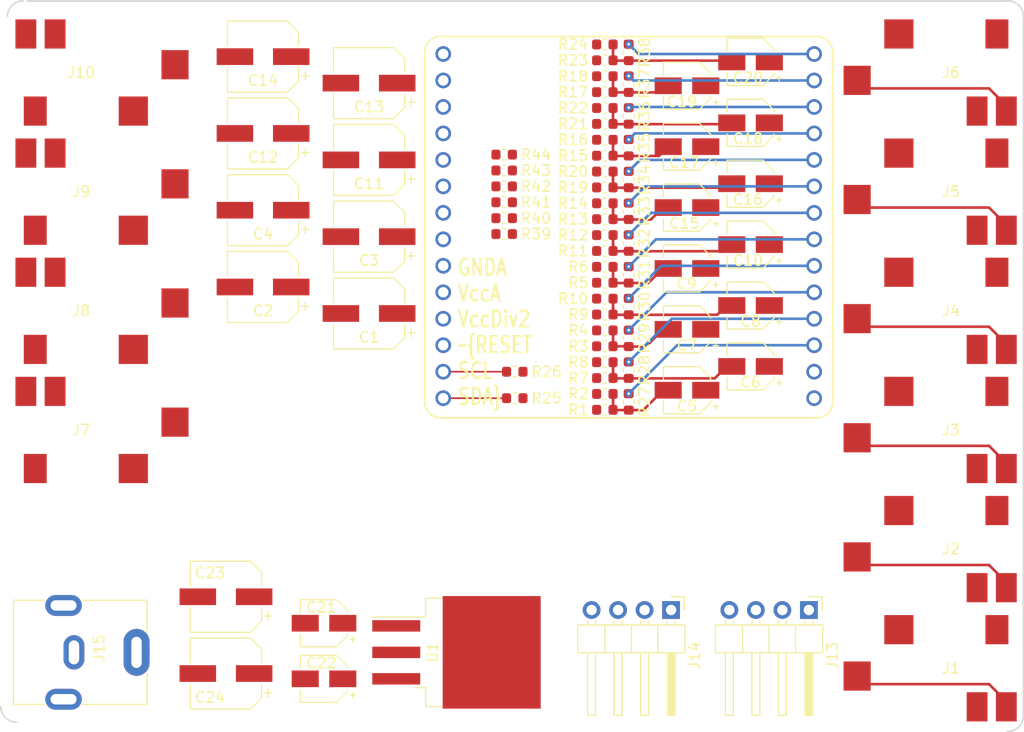
<source format=kicad_pcb>
(kicad_pcb (version 20171130) (host pcbnew 5.0.0)
  (title_block (title ViamSonus-2.0) (date 2019-11-20) (rev 2) (company Manuvr))
  (layers (0 F.Cu signal) (1 In1.Cu signal hide) (2 In2.Cu signal hide) (31 B.Cu signal) (34 B.Paste user) (35 F.Paste user) (36 B.SilkS user) (37 F.SilkS user) (38 B.Mask user) (39 F.Mask user) (44 Edge.Cuts user))
  (net 0 "")
  (net 1 /Vcc)
  (net 2 /ANAGND)
  (net 3 /ANAVcc)
  (net 4 /Biased-In-L-0)
  (net 5 /Biased-In-L-1)
  (net 6 /Biased-In-L-2)
  (net 7 /Biased-In-L-3)
  (net 8 /Biased-In-L-4)
  (net 9 /Biased-In-L-5)
  (net 10 /Biased-In-R-0)
  (net 11 /Biased-In-R-1)
  (net 12 /Biased-In-R-2)
  (net 13 /Biased-In-R-3)
  (net 14 /Biased-In-R-4)
  (net 15 /Biased-In-R-5)
  (net 16 /SDA)
  (net 17 /SCL)
  (net 18 /Out-R-0)
  (net 19 /Out-L-0)
  (net 20 /Out-L-1)
  (net 21 /Out-R-1)
  (net 22 /Out-R-2)
  (net 23 /Out-L-2)
  (net 24 /Out-R-3)
  (net 25 /Out-L-3)
  (net 26 /GND)
  (net 27 /~RESET)
  (net 28 /VccDiv2)
  (net 29 "Net-(C5-Pad2)")
  (net 30 "Net-(C6-Pad2)")
  (net 31 "Net-(C7-Pad2)")
  (net 32 "Net-(C8-Pad2)")
  (net 33 "Net-(C9-Pad2)")
  (net 34 "Net-(C10-Pad2)")
  (net 35 "Net-(C15-Pad2)")
  (net 36 "Net-(C16-Pad2)")
  (net 37 "Net-(C17-Pad2)")
  (net 38 "Net-(C18-Pad2)")
  (net 39 "Net-(C19-Pad2)")
  (net 40 "Net-(C20-Pad2)")
  (net 41 /VIn+)
  (net 42 "Net-(C1-Pad2)")
  (net 43 "Net-(C2-Pad2)")
  (net 44 "Net-(C3-Pad2)")
  (net 45 "Net-(C4-Pad2)")
  (net 46 "Net-(C5-Pad1)")
  (net 47 "Net-(C6-Pad1)")
  (net 48 "Net-(C7-Pad1)")
  (net 49 "Net-(C8-Pad1)")
  (net 50 "Net-(C9-Pad1)")
  (net 51 "Net-(C10-Pad1)")
  (net 52 "Net-(C11-Pad2)")
  (net 53 "Net-(C12-Pad2)")
  (net 54 "Net-(C13-Pad2)")
  (net 55 "Net-(C14-Pad2)")
  (net 56 "Net-(C15-Pad1)")
  (net 57 "Net-(C16-Pad1)")
  (net 58 "Net-(C17-Pad1)")
  (net 59 "Net-(C18-Pad1)")
  (net 60 "Net-(C19-Pad1)")
  (net 61 "Net-(C20-Pad1)")
  (net 62 "Net-(J1-PadRN)")
  (net 63 "Net-(J2-PadRN)")
  (net 64 "Net-(J3-PadRN)")
  (net 65 "Net-(J4-PadRN)")
  (net 66 "Net-(J5-PadRN)")
  (net 67 "Net-(J6-PadRN)")
  (net 68 "Net-(J15-PadMP)")
  (module Connector_PinHeader_2.54mm:PinHeader_1x14_P2.54mm_Vertical (layer F.Cu) (at 65.278 54.864 180)
    (fp_text reference J12 hide)
    (fp_text value Conn_01x14_Male hide)
    (pad 1 thru_hole circle (at 0 0 180) (size 1.5 1.5) (drill 1) (layers *.Cu *.Mask) (net 16 /SDA))
    (pad 2 thru_hole circle (at 0 2.54 180) (size 1.5 1.5) (drill 1) (layers *.Cu *.Mask) (net 17 /SCL))
    (pad 3 thru_hole circle (at 0 5.08 180) (size 1.5 1.5) (drill 1) (layers *.Cu *.Mask) (net 27 /~RESET))
    (pad 4 thru_hole circle (at 0 7.62 180) (size 1.5 1.5) (drill 1) (layers *.Cu *.Mask) (net 28 /VccDiv2))
    (pad 5 thru_hole circle (at 0 10.16 180) (size 1.5 1.5) (drill 1) (layers *.Cu *.Mask) (net 3 /ANAVcc))
    (pad 6 thru_hole circle (at 0 12.7 180) (size 1.5 1.5) (drill 1) (layers *.Cu *.Mask) (net 2 /ANAGND))
    (pad 7 thru_hole circle (at 0 15.24 180) (size 1.5 1.5) (drill 1) (layers *.Cu *.Mask) (net 19 /Out-L-0))
    (pad 8 thru_hole circle (at 0 17.78 180) (size 1.5 1.5) (drill 1) (layers *.Cu *.Mask) (net 18 /Out-R-0))
    (pad 9 thru_hole circle (at 0 20.32 180) (size 1.5 1.5) (drill 1) (layers *.Cu *.Mask) (net 20 /Out-L-1))
    (pad 10 thru_hole circle (at 0 22.86 180) (size 1.5 1.5) (drill 1) (layers *.Cu *.Mask) (net 21 /Out-R-1))
    (pad 11 thru_hole circle (at 0 25.4 180) (size 1.5 1.5) (drill 1) (layers *.Cu *.Mask) (net 23 /Out-L-2))
    (pad 12 thru_hole circle (at 0 27.94 180) (size 1.5 1.5) (drill 1) (layers *.Cu *.Mask) (net 22 /Out-R-2))
    (pad 13 thru_hole circle (at 0 30.48 180) (size 1.5 1.5) (drill 1) (layers *.Cu *.Mask) (net 25 /Out-L-3))
    (pad 14 thru_hole circle (at 0 33.02 180) (size 1.5 1.5) (drill 1) (layers *.Cu *.Mask) (net 24 /Out-R-3))
  )
  (module Connector_PinHeader_2.54mm:PinHeader_1x14_P2.54mm_Vertical (layer B.Cu) (at 100.838 54.864)
    (fp_text reference J11 hide)
    (fp_text value Conn_01x14_Male hide)
    (pad 14 thru_hole circle (at 0 -33.02) (size 1.5 1.5) (drill 1) (layers *.Cu *.Mask) (net 15 /Biased-In-R-5))
    (pad 13 thru_hole circle (at 0 -30.48) (size 1.5 1.5) (drill 1) (layers *.Cu *.Mask) (net 9 /Biased-In-L-5))
    (pad 12 thru_hole circle (at 0 -27.94) (size 1.5 1.5) (drill 1) (layers *.Cu *.Mask) (net 14 /Biased-In-R-4))
    (pad 11 thru_hole circle (at 0 -25.4) (size 1.5 1.5) (drill 1) (layers *.Cu *.Mask) (net 8 /Biased-In-L-4))
    (pad 10 thru_hole circle (at 0 -22.86) (size 1.5 1.5) (drill 1) (layers *.Cu *.Mask) (net 13 /Biased-In-R-3))
    (pad 9 thru_hole circle (at 0 -20.32) (size 1.5 1.5) (drill 1) (layers *.Cu *.Mask) (net 7 /Biased-In-L-3))
    (pad 8 thru_hole circle (at 0 -17.78) (size 1.5 1.5) (drill 1) (layers *.Cu *.Mask) (net 12 /Biased-In-R-2))
    (pad 7 thru_hole circle (at 0 -15.24) (size 1.5 1.5) (drill 1) (layers *.Cu *.Mask) (net 6 /Biased-In-L-2))
    (pad 6 thru_hole circle (at 0 -12.7) (size 1.5 1.5) (drill 1) (layers *.Cu *.Mask) (net 11 /Biased-In-R-1))
    (pad 5 thru_hole circle (at 0 -10.16) (size 1.5 1.5) (drill 1) (layers *.Cu *.Mask) (net 5 /Biased-In-L-1))
    (pad 4 thru_hole circle (at 0 -7.62) (size 1.5 1.5) (drill 1) (layers *.Cu *.Mask) (net 10 /Biased-In-R-0))
    (pad 3 thru_hole circle (at 0 -5.08) (size 1.5 1.5) (drill 1) (layers *.Cu *.Mask) (net 4 /Biased-In-L-0))
    (pad 2 thru_hole circle (at 0 -2.54) (size 1.5 1.5) (drill 1) (layers *.Cu *.Mask) (net 26 /GND))
    (pad 1 thru_hole circle (at 0 0) (size 1.5 1.5) (drill 1) (layers *.Cu *.Mask) (net 1 /Vcc))
  )
  (module Capacitor_SMD:CP_Elec_6.3x5.4_Nichicon (layer F.Cu) (at 58.166 46.736 180)
    (fp_text reference C1 (at 0 -2.286 180) (layer F.SilkS))
    (fp_text value 100uF)
    (pad 2 smd rect (at 2.7 0 180) (size 3.5 1.6) (layers F.Cu F.Paste F.Mask) (net 42 "Net-(C1-Pad2)"))
    (pad 1 smd rect (at -2.7 0 180) (size 3.5 1.6) (layers F.Cu F.Paste F.Mask) (net 19 /Out-L-0))
  )
  (module Capacitor_SMD:CP_Elec_6.3x5.4_Nichicon (layer F.Cu) (at 48.006 44.196 180)
    (fp_text reference C2 (at 0 -2.286 180) (layer F.SilkS))
    (fp_text value 100uF)
    (pad 1 smd rect (at -2.7 0 180) (size 3.5 1.6) (layers F.Cu F.Paste F.Mask) (net 18 /Out-R-0))
    (pad 2 smd rect (at 2.7 0 180) (size 3.5 1.6) (layers F.Cu F.Paste F.Mask) (net 43 "Net-(C2-Pad2)"))
  )
  (module Capacitor_SMD:CP_Elec_6.3x5.4_Nichicon (layer F.Cu) (at 58.166 39.37 180)
    (fp_text reference C3 (at 0 -2.286 180) (layer F.SilkS))
    (fp_text value 100uF)
    (pad 1 smd rect (at -2.7 0 180) (size 3.5 1.6) (layers F.Cu F.Paste F.Mask) (net 20 /Out-L-1))
    (pad 2 smd rect (at 2.7 0 180) (size 3.5 1.6) (layers F.Cu F.Paste F.Mask) (net 44 "Net-(C3-Pad2)"))
  )
  (module Capacitor_SMD:CP_Elec_6.3x5.4_Nichicon (layer F.Cu) (at 48.006 36.83 180)
    (fp_text reference C4 (at 0 -2.286 180) (layer F.SilkS))
    (fp_text value 100uF)
    (pad 2 smd rect (at 2.7 0 180) (size 3.5 1.6) (layers F.Cu F.Paste F.Mask) (net 45 "Net-(C4-Pad2)"))
    (pad 1 smd rect (at -2.7 0 180) (size 3.5 1.6) (layers F.Cu F.Paste F.Mask) (net 21 /Out-R-1))
  )
  (module Capacitor_SMD:CP_Elec_6.3x5.4_Nichicon (layer F.Cu) (at 58.166 32.004 180)
    (fp_text reference C11 (at 0 -2.286 180) (layer F.SilkS))
    (fp_text value 100uF)
    (pad 1 smd rect (at -2.7 0 180) (size 3.5 1.6) (layers F.Cu F.Paste F.Mask) (net 23 /Out-L-2))
    (pad 2 smd rect (at 2.7 0 180) (size 3.5 1.6) (layers F.Cu F.Paste F.Mask) (net 52 "Net-(C11-Pad2)"))
  )
  (module Capacitor_SMD:CP_Elec_6.3x5.4_Nichicon (layer F.Cu) (at 48.006 29.464 180)
    (fp_text reference C12 (at 0 -2.286 180) (layer F.SilkS))
    (fp_text value 100uF)
    (pad 2 smd rect (at 2.7 0 180) (size 3.5 1.6) (layers F.Cu F.Paste F.Mask) (net 53 "Net-(C12-Pad2)"))
    (pad 1 smd rect (at -2.7 0 180) (size 3.5 1.6) (layers F.Cu F.Paste F.Mask) (net 22 /Out-R-2))
  )
  (module Capacitor_SMD:CP_Elec_6.3x5.4_Nichicon (layer F.Cu) (at 58.166 24.638 180)
    (fp_text reference C13 (at 0 -2.286 180) (layer F.SilkS))
    (fp_text value 100uF)
    (pad 1 smd rect (at -2.7 0 180) (size 3.5 1.6) (layers F.Cu F.Paste F.Mask) (net 25 /Out-L-3))
    (pad 2 smd rect (at 2.7 0 180) (size 3.5 1.6) (layers F.Cu F.Paste F.Mask) (net 54 "Net-(C13-Pad2)"))
  )
  (module Capacitor_SMD:CP_Elec_6.3x5.4_Nichicon (layer F.Cu) (at 48.006 22.098 180)
    (fp_text reference C14 (at 0 -2.286) (layer F.SilkS))
    (fp_text value 100uF)
    (pad 2 smd rect (at 2.7 0 180) (size 3.5 1.6) (layers F.Cu F.Paste F.Mask) (net 55 "Net-(C14-Pad2)"))
    (pad 1 smd rect (at -2.7 0 180) (size 3.5 1.6) (layers F.Cu F.Paste F.Mask) (net 24 /Out-R-3))
  )
  (module Resistor_SMD:R_0603_1608Metric (layer F.Cu) (at 80.772 55.9816)
    (fp_text reference R1 (at -2.54 0) (layer F.SilkS))
    (fp_text value 20k)
    (pad 2 smd roundrect (at 0.7875 0) (size 0.875 0.95) (layers F.Cu F.Paste F.Mask) (net 29 "Net-(C5-Pad2)"))
    (pad 1 smd roundrect (at -0.7875 0) (size 0.875 0.95) (layers F.Cu F.Paste F.Mask) (net 3 /ANAVcc))
  )
  (module Resistor_SMD:R_0603_1608Metric (layer F.Cu) (at 80.772 54.4576)
    (fp_text reference R2 (at -2.54 0) (layer F.SilkS))
    (fp_text value 20k)
    (pad 2 smd roundrect (at 0.7875 0) (size 0.875 0.95) (layers F.Cu F.Paste F.Mask) (net 29 "Net-(C5-Pad2)"))
    (pad 1 smd roundrect (at -0.7875 0) (size 0.875 0.95) (layers F.Cu F.Paste F.Mask) (net 2 /ANAGND))
  )
  (module Resistor_SMD:R_0603_1608Metric (layer F.Cu) (at 80.772 49.8856)
    (fp_text reference R3 (at -2.54 0) (layer F.SilkS))
    (fp_text value 20k)
    (pad 1 smd roundrect (at -0.7875 0) (size 0.875 0.95) (layers F.Cu F.Paste F.Mask) (net 3 /ANAVcc))
    (pad 2 smd roundrect (at 0.7875 0) (size 0.875 0.95) (layers F.Cu F.Paste F.Mask) (net 31 "Net-(C7-Pad2)"))
  )
  (module Resistor_SMD:R_0603_1608Metric (layer F.Cu) (at 80.772 48.3616)
    (fp_text reference R4 (at -2.54 0) (layer F.SilkS))
    (fp_text value 20k)
    (pad 2 smd roundrect (at 0.7875 0) (size 0.875 0.95) (layers F.Cu F.Paste F.Mask) (net 31 "Net-(C7-Pad2)"))
    (pad 1 smd roundrect (at -0.7875 0) (size 0.875 0.95) (layers F.Cu F.Paste F.Mask) (net 2 /ANAGND))
  )
  (module Resistor_SMD:R_0603_1608Metric (layer F.Cu) (at 80.772 43.7896)
    (fp_text reference R5 (at -2.54 0) (layer F.SilkS))
    (fp_text value 20k)
    (pad 1 smd roundrect (at -0.7875 0) (size 0.875 0.95) (layers F.Cu F.Paste F.Mask) (net 3 /ANAVcc))
    (pad 2 smd roundrect (at 0.7875 0) (size 0.875 0.95) (layers F.Cu F.Paste F.Mask) (net 33 "Net-(C9-Pad2)"))
  )
  (module Resistor_SMD:R_0603_1608Metric (layer F.Cu) (at 80.772 42.2656)
    (fp_text reference R6 (at -2.54 0) (layer F.SilkS))
    (fp_text value 20k)
    (pad 1 smd roundrect (at -0.7875 0) (size 0.875 0.95) (layers F.Cu F.Paste F.Mask) (net 2 /ANAGND))
    (pad 2 smd roundrect (at 0.7875 0) (size 0.875 0.95) (layers F.Cu F.Paste F.Mask) (net 33 "Net-(C9-Pad2)"))
  )
  (module Resistor_SMD:R_0603_1608Metric (layer F.Cu) (at 80.772 52.9336)
    (fp_text reference R7 (at -2.54 0) (layer F.SilkS))
    (fp_text value 20k)
    (pad 2 smd roundrect (at 0.7875 0) (size 0.875 0.95) (layers F.Cu F.Paste F.Mask) (net 30 "Net-(C6-Pad2)"))
    (pad 1 smd roundrect (at -0.7875 0) (size 0.875 0.95) (layers F.Cu F.Paste F.Mask) (net 3 /ANAVcc))
  )
  (module Resistor_SMD:R_0603_1608Metric (layer F.Cu) (at 80.772 51.4096)
    (fp_text reference R8 (at -2.54 0) (layer F.SilkS))
    (fp_text value 20k)
    (pad 1 smd roundrect (at -0.7875 0) (size 0.875 0.95) (layers F.Cu F.Paste F.Mask) (net 2 /ANAGND))
    (pad 2 smd roundrect (at 0.7875 0) (size 0.875 0.95) (layers F.Cu F.Paste F.Mask) (net 30 "Net-(C6-Pad2)"))
  )
  (module Resistor_SMD:R_0603_1608Metric (layer F.Cu) (at 80.772 46.8376)
    (fp_text reference R9 (at -2.54 0) (layer F.SilkS))
    (fp_text value 20k)
    (pad 1 smd roundrect (at -0.7875 0) (size 0.875 0.95) (layers F.Cu F.Paste F.Mask) (net 3 /ANAVcc))
    (pad 2 smd roundrect (at 0.7875 0) (size 0.875 0.95) (layers F.Cu F.Paste F.Mask) (net 32 "Net-(C8-Pad2)"))
  )
  (module Resistor_SMD:R_0603_1608Metric (layer F.Cu) (at 80.772 45.3136)
    (fp_text reference R10 (at -3.048 0) (layer F.SilkS))
    (fp_text value 20k)
    (pad 2 smd roundrect (at 0.7875 0) (size 0.875 0.95) (layers F.Cu F.Paste F.Mask) (net 32 "Net-(C8-Pad2)"))
    (pad 1 smd roundrect (at -0.7875 0) (size 0.875 0.95) (layers F.Cu F.Paste F.Mask) (net 2 /ANAGND))
  )
  (module Resistor_SMD:R_0603_1608Metric (layer F.Cu) (at 80.772 40.7416)
    (fp_text reference R11 (at -3.048 0) (layer F.SilkS))
    (fp_text value 20k)
    (pad 1 smd roundrect (at -0.7875 0) (size 0.875 0.95) (layers F.Cu F.Paste F.Mask) (net 3 /ANAVcc))
    (pad 2 smd roundrect (at 0.7875 0) (size 0.875 0.95) (layers F.Cu F.Paste F.Mask) (net 34 "Net-(C10-Pad2)"))
  )
  (module Resistor_SMD:R_0603_1608Metric (layer F.Cu) (at 80.772 39.2176)
    (fp_text reference R12 (at -3.048 0) (layer F.SilkS))
    (fp_text value 20k)
    (pad 2 smd roundrect (at 0.7875 0) (size 0.875 0.95) (layers F.Cu F.Paste F.Mask) (net 34 "Net-(C10-Pad2)"))
    (pad 1 smd roundrect (at -0.7875 0) (size 0.875 0.95) (layers F.Cu F.Paste F.Mask) (net 2 /ANAGND))
  )
  (module Resistor_SMD:R_0603_1608Metric (layer F.Cu) (at 80.772 37.6936)
    (fp_text reference R13 (at -3.048 0) (layer F.SilkS))
    (fp_text value 20k)
    (pad 2 smd roundrect (at 0.7875 0) (size 0.875 0.95) (layers F.Cu F.Paste F.Mask) (net 35 "Net-(C15-Pad2)"))
    (pad 1 smd roundrect (at -0.7875 0) (size 0.875 0.95) (layers F.Cu F.Paste F.Mask) (net 3 /ANAVcc))
  )
  (module Resistor_SMD:R_0603_1608Metric (layer F.Cu) (at 80.772 36.1696)
    (fp_text reference R14 (at -3.048 0) (layer F.SilkS))
    (fp_text value 20k)
    (pad 2 smd roundrect (at 0.7875 0) (size 0.875 0.95) (layers F.Cu F.Paste F.Mask) (net 35 "Net-(C15-Pad2)"))
    (pad 1 smd roundrect (at -0.7875 0) (size 0.875 0.95) (layers F.Cu F.Paste F.Mask) (net 2 /ANAGND))
  )
  (module Resistor_SMD:R_0603_1608Metric (layer F.Cu) (at 80.772 31.5976)
    (fp_text reference R15 (at -3.048 0) (layer F.SilkS))
    (fp_text value 20k)
    (pad 1 smd roundrect (at -0.7875 0) (size 0.875 0.95) (layers F.Cu F.Paste F.Mask) (net 3 /ANAVcc))
    (pad 2 smd roundrect (at 0.7875 0) (size 0.875 0.95) (layers F.Cu F.Paste F.Mask) (net 37 "Net-(C17-Pad2)"))
  )
  (module Resistor_SMD:R_0603_1608Metric (layer F.Cu) (at 80.772 30.0736)
    (fp_text reference R16 (at -3.048 0) (layer F.SilkS))
    (fp_text value 20k)
    (pad 2 smd roundrect (at 0.7875 0) (size 0.875 0.95) (layers F.Cu F.Paste F.Mask) (net 37 "Net-(C17-Pad2)"))
    (pad 1 smd roundrect (at -0.7875 0) (size 0.875 0.95) (layers F.Cu F.Paste F.Mask) (net 2 /ANAGND))
  )
  (module Resistor_SMD:R_0603_1608Metric (layer F.Cu) (at 80.772 25.5016)
    (fp_text reference R17 (at -3.048 0) (layer F.SilkS))
    (fp_text value 20k)
    (pad 1 smd roundrect (at -0.7875 0) (size 0.875 0.95) (layers F.Cu F.Paste F.Mask) (net 3 /ANAVcc))
    (pad 2 smd roundrect (at 0.7875 0) (size 0.875 0.95) (layers F.Cu F.Paste F.Mask) (net 39 "Net-(C19-Pad2)"))
  )
  (module Resistor_SMD:R_0603_1608Metric (layer F.Cu) (at 80.772 23.9776)
    (fp_text reference R18 (at -3.048 0) (layer F.SilkS))
    (fp_text value 20k)
    (pad 2 smd roundrect (at 0.7875 0) (size 0.875 0.95) (layers F.Cu F.Paste F.Mask) (net 39 "Net-(C19-Pad2)"))
    (pad 1 smd roundrect (at -0.7875 0) (size 0.875 0.95) (layers F.Cu F.Paste F.Mask) (net 2 /ANAGND))
  )
  (module Resistor_SMD:R_0603_1608Metric (layer F.Cu) (at 80.772 34.6456)
    (fp_text reference R19 (at -3.048 0) (layer F.SilkS))
    (fp_text value 20k)
    (pad 2 smd roundrect (at 0.7875 0) (size 0.875 0.95) (layers F.Cu F.Paste F.Mask) (net 36 "Net-(C16-Pad2)"))
    (pad 1 smd roundrect (at -0.7875 0) (size 0.875 0.95) (layers F.Cu F.Paste F.Mask) (net 3 /ANAVcc))
  )
  (module Resistor_SMD:R_0603_1608Metric (layer F.Cu) (at 80.772 33.1216)
    (fp_text reference R20 (at -3.048 0) (layer F.SilkS))
    (fp_text value 20k)
    (pad 1 smd roundrect (at -0.7875 0) (size 0.875 0.95) (layers F.Cu F.Paste F.Mask) (net 2 /ANAGND))
    (pad 2 smd roundrect (at 0.7875 0) (size 0.875 0.95) (layers F.Cu F.Paste F.Mask) (net 36 "Net-(C16-Pad2)"))
  )
  (module Resistor_SMD:R_0603_1608Metric (layer F.Cu) (at 80.772 28.5496)
    (fp_text reference R21 (at -3.048 0) (layer F.SilkS))
    (fp_text value 20k)
    (pad 2 smd roundrect (at 0.7875 0) (size 0.875 0.95) (layers F.Cu F.Paste F.Mask) (net 38 "Net-(C18-Pad2)"))
    (pad 1 smd roundrect (at -0.7875 0) (size 0.875 0.95) (layers F.Cu F.Paste F.Mask) (net 3 /ANAVcc))
  )
  (module Resistor_SMD:R_0603_1608Metric (layer F.Cu) (at 80.772 27.0256)
    (fp_text reference R22 (at -3.048 0) (layer F.SilkS))
    (fp_text value 20k)
    (pad 1 smd roundrect (at -0.7875 0) (size 0.875 0.95) (layers F.Cu F.Paste F.Mask) (net 2 /ANAGND))
    (pad 2 smd roundrect (at 0.7875 0) (size 0.875 0.95) (layers F.Cu F.Paste F.Mask) (net 38 "Net-(C18-Pad2)"))
  )
  (module Resistor_SMD:R_0603_1608Metric (layer F.Cu) (at 80.772 22.4536)
    (fp_text reference R23 (at -3.048 0) (layer F.SilkS))
    (fp_text value 20k)
    (pad 1 smd roundrect (at -0.7875 0) (size 0.875 0.95) (layers F.Cu F.Paste F.Mask) (net 3 /ANAVcc))
    (pad 2 smd roundrect (at 0.7875 0) (size 0.875 0.95) (layers F.Cu F.Paste F.Mask) (net 40 "Net-(C20-Pad2)"))
  )
  (module Resistor_SMD:R_0603_1608Metric (layer F.Cu) (at 80.772 20.9296)
    (fp_text reference R24 (at -3.048 0) (layer F.SilkS))
    (fp_text value 20k)
    (pad 1 smd roundrect (at -0.7875 0) (size 0.875 0.95) (layers F.Cu F.Paste F.Mask) (net 2 /ANAGND))
    (pad 2 smd roundrect (at 0.7875 0) (size 0.875 0.95) (layers F.Cu F.Paste F.Mask) (net 40 "Net-(C20-Pad2)"))
  )
  (module Capacitor_SMD:CP_Elec_4x5.4 (layer F.Cu) (at 88.646 54.102 180)
    (fp_text reference C5 (at 0 -1.524 180) (layer F.SilkS))
    (fp_text value 3.3uF)
    (pad 1 smd rect (at -1.8 0 180) (size 2.6 1.6) (layers F.Cu F.Paste F.Mask) (net 46 "Net-(C5-Pad1)"))
    (pad 2 smd rect (at 1.8 0 180) (size 2.6 1.6) (layers F.Cu F.Paste F.Mask) (net 29 "Net-(C5-Pad2)"))
  )
  (module Capacitor_SMD:CP_Elec_4x5.4 (layer F.Cu) (at 94.742 51.816 180)
    (fp_text reference C6 (at 0 -1.524 180) (layer F.SilkS))
    (fp_text value 3.3uF)
    (pad 1 smd rect (at -1.8 0 180) (size 2.6 1.6) (layers F.Cu F.Paste F.Mask) (net 47 "Net-(C6-Pad1)"))
    (pad 2 smd rect (at 1.8 0 180) (size 2.6 1.6) (layers F.Cu F.Paste F.Mask) (net 30 "Net-(C6-Pad2)"))
  )
  (module Capacitor_SMD:CP_Elec_4x5.4 (layer F.Cu) (at 88.646 48.26 180)
    (fp_text reference C7 (at 0 -1.524 180) (layer F.SilkS))
    (fp_text value 3.3uF)
    (pad 2 smd rect (at 1.8 0 180) (size 2.6 1.6) (layers F.Cu F.Paste F.Mask) (net 31 "Net-(C7-Pad2)"))
    (pad 1 smd rect (at -1.8 0 180) (size 2.6 1.6) (layers F.Cu F.Paste F.Mask) (net 48 "Net-(C7-Pad1)"))
  )
  (module Capacitor_SMD:CP_Elec_4x5.4 (layer F.Cu) (at 94.742 45.974 180)
    (fp_text reference C8 (at 0 -1.524 180) (layer F.SilkS))
    (fp_text value 3.3uF)
    (pad 1 smd rect (at -1.8 0 180) (size 2.6 1.6) (layers F.Cu F.Paste F.Mask) (net 49 "Net-(C8-Pad1)"))
    (pad 2 smd rect (at 1.8 0 180) (size 2.6 1.6) (layers F.Cu F.Paste F.Mask) (net 32 "Net-(C8-Pad2)"))
  )
  (module Capacitor_SMD:CP_Elec_4x5.4 (layer F.Cu) (at 88.646 42.418 180)
    (fp_text reference C9 (at 0.041998 -1.4596 180) (layer F.SilkS))
    (fp_text value 3.3uF)
    (pad 2 smd rect (at 1.8 0 180) (size 2.6 1.6) (layers F.Cu F.Paste F.Mask) (net 33 "Net-(C9-Pad2)"))
    (pad 1 smd rect (at -1.8 0 180) (size 2.6 1.6) (layers F.Cu F.Paste F.Mask) (net 50 "Net-(C9-Pad1)"))
  )
  (module Capacitor_SMD:CP_Elec_4x5.4 (layer F.Cu) (at 94.742 40.132 180)
    (fp_text reference C10 (at 0.254 -1.524 180) (layer F.SilkS))
    (fp_text value 3.3uF)
    (pad 1 smd rect (at -1.8 0 180) (size 2.6 1.6) (layers F.Cu F.Paste F.Mask) (net 51 "Net-(C10-Pad1)"))
    (pad 2 smd rect (at 1.8 0 180) (size 2.6 1.6) (layers F.Cu F.Paste F.Mask) (net 34 "Net-(C10-Pad2)"))
  )
  (module Capacitor_SMD:CP_Elec_4x5.4 (layer F.Cu) (at 88.646 36.576 180)
    (fp_text reference C15 (at 0.254 -1.524 180) (layer F.SilkS))
    (fp_text value 3.3uF)
    (pad 2 smd rect (at 1.8 0 180) (size 2.6 1.6) (layers F.Cu F.Paste F.Mask) (net 35 "Net-(C15-Pad2)"))
    (pad 1 smd rect (at -1.8 0 180) (size 2.6 1.6) (layers F.Cu F.Paste F.Mask) (net 56 "Net-(C15-Pad1)"))
  )
  (module Capacitor_SMD:CP_Elec_4x5.4 (layer F.Cu) (at 94.742 34.29 180)
    (fp_text reference C16 (at 0.254 -1.524 180) (layer F.SilkS))
    (fp_text value 3.3uF)
    (pad 1 smd rect (at -1.8 0 180) (size 2.6 1.6) (layers F.Cu F.Paste F.Mask) (net 57 "Net-(C16-Pad1)"))
    (pad 2 smd rect (at 1.8 0 180) (size 2.6 1.6) (layers F.Cu F.Paste F.Mask) (net 36 "Net-(C16-Pad2)"))
  )
  (module Capacitor_SMD:CP_Elec_4x5.4 (layer F.Cu) (at 88.646 30.734 180)
    (fp_text reference C17 (at 0.254 -1.524 180) (layer F.SilkS))
    (fp_text value 3.3uF)
    (pad 2 smd rect (at 1.8 0 180) (size 2.6 1.6) (layers F.Cu F.Paste F.Mask) (net 37 "Net-(C17-Pad2)"))
    (pad 1 smd rect (at -1.8 0 180) (size 2.6 1.6) (layers F.Cu F.Paste F.Mask) (net 58 "Net-(C17-Pad1)"))
  )
  (module Capacitor_SMD:CP_Elec_4x5.4 (layer F.Cu) (at 94.742 28.448 180)
    (fp_text reference C18 (at 0.254 -1.524 180) (layer F.SilkS))
    (fp_text value 3.3uF)
    (pad 1 smd rect (at -1.8 0 180) (size 2.6 1.6) (layers F.Cu F.Paste F.Mask) (net 59 "Net-(C18-Pad1)"))
    (pad 2 smd rect (at 1.8 0 180) (size 2.6 1.6) (layers F.Cu F.Paste F.Mask) (net 38 "Net-(C18-Pad2)"))
  )
  (module Capacitor_SMD:CP_Elec_4x5.4 (layer F.Cu) (at 88.646 24.892 180)
    (fp_text reference C19 (at 0.508 -1.524 180) (layer F.SilkS))
    (fp_text value 3.3uF)
    (pad 2 smd rect (at 1.8 0 180) (size 2.6 1.6) (layers F.Cu F.Paste F.Mask) (net 39 "Net-(C19-Pad2)"))
    (pad 1 smd rect (at -1.8 0 180) (size 2.6 1.6) (layers F.Cu F.Paste F.Mask) (net 60 "Net-(C19-Pad1)"))
  )
  (module Capacitor_SMD:CP_Elec_4x5.4 (layer F.Cu) (at 94.742 22.606 180)
    (fp_text reference C20 (at 0.254 -1.524 180) (layer F.SilkS))
    (fp_text value 3.3uF)
    (pad 2 smd rect (at 1.8 0 180) (size 2.6 1.6) (layers F.Cu F.Paste F.Mask) (net 40 "Net-(C20-Pad2)"))
    (pad 1 smd rect (at -1.8 0 180) (size 2.6 1.6) (layers F.Cu F.Paste F.Mask) (net 61 "Net-(C20-Pad1)"))
  )
  (module Resistor_SMD:R_0603_1608Metric (layer F.Cu) (at 72.136 54.864 180)
    (fp_text reference R25 (at -3.048 0 180) (layer F.SilkS))
    (fp_text value 2k)
    (pad 1 smd roundrect (at -0.7875 0 180) (size 0.875 0.95) (layers F.Cu F.Paste F.Mask) (net 1 /Vcc))
    (pad 2 smd roundrect (at 0.7875 0 180) (size 0.875 0.95) (layers F.Cu F.Paste F.Mask) (net 16 /SDA))
  )
  (module Resistor_SMD:R_0603_1608Metric (layer F.Cu) (at 72.136 52.324 180)
    (fp_text reference R26 (at -3.048 0 180) (layer F.SilkS))
    (fp_text value 2k)
    (pad 2 smd roundrect (at 0.7875 0 180) (size 0.875 0.95) (layers F.Cu F.Paste F.Mask) (net 17 /SCL))
    (pad 1 smd roundrect (at -0.7875 0 180) (size 0.875 0.95) (layers F.Cu F.Paste F.Mask) (net 1 /Vcc))
  )
  (module Capacitor_SMD:CP_Elec_4x5.4 (layer F.Cu) (at 53.848 76.454 180)
    (fp_text reference C21 (at 0.254 1.524 180) (layer F.SilkS))
    (fp_text value 10uF)
    (pad 2 smd rect (at 1.8 0 180) (size 2.6 1.6) (layers F.Cu F.Paste F.Mask) (net 2 /ANAGND))
    (pad 1 smd rect (at -1.8 0 180) (size 2.6 1.6) (layers F.Cu F.Paste F.Mask) (net 41 /VIn+))
  )
  (module Capacitor_SMD:CP_Elec_4x5.4 (layer F.Cu) (at 53.848 81.788 180)
    (fp_text reference C22 (at 0.254 1.524 180) (layer F.SilkS))
    (fp_text value 10uF)
    (pad 1 smd rect (at -1.8 0 180) (size 2.6 1.6) (layers F.Cu F.Paste F.Mask) (net 3 /ANAVcc))
    (pad 2 smd rect (at 1.8 0 180) (size 2.6 1.6) (layers F.Cu F.Paste F.Mask) (net 2 /ANAGND))
  )
  (module Package_TO_SOT_SMD:TO-263-3_TabPin2 (layer F.Cu) (at 66.548 79.248)
    (fp_text reference U1 (at -2.286 0 90) (layer F.SilkS))
    (fp_text value LM1085)
    (pad 1 smd rect (at -5.775 -2.54) (size 4.6 1.1) (layers F.Cu F.Paste F.Mask) (net 41 /VIn+))
    (pad 2 smd rect (at -5.775 0) (size 4.6 1.1) (layers F.Cu F.Paste F.Mask) (net 2 /ANAGND))
    (pad 3 smd rect (at -5.775 2.54) (size 4.6 1.1) (layers F.Cu F.Paste F.Mask) (net 3 /ANAVcc))
    (pad 2 smd rect (at 3.375 0) (size 9.4 10.8) (layers F.Cu F.Mask) (net 2 /ANAGND))
  )
  (module Connector_PinHeader_2.54mm:PinHeader_1x04_P2.54mm_Horizontal (layer F.Cu) (at 100.33 75.184 270)
    (fp_text reference J13 (at 4.385 -2.27 270) (layer F.SilkS))
    (fp_text value Conn_01x04)
    (pad 1 thru_hole rect (at 0 0 270) (size 1.7 1.7) (drill 1) (layers *.Cu *.Mask) (net 2 /ANAGND))
    (pad 2 thru_hole oval (at 0 2.54 270) (size 1.7 1.7) (drill 1) (layers *.Cu *.Mask) (net 26 /GND))
    (pad 3 thru_hole oval (at 0 5.08 270) (size 1.7 1.7) (drill 1) (layers *.Cu *.Mask) (net 1 /Vcc))
    (pad 4 thru_hole oval (at 0 7.62 270) (size 1.7 1.7) (drill 1) (layers *.Cu *.Mask) (net 3 /ANAVcc))
  )
  (module Connector_PinHeader_2.54mm:PinHeader_1x04_P2.54mm_Horizontal (layer F.Cu) (at 87.122 75.184 270)
    (fp_text reference J14 (at 4.385 -2.27 270) (layer F.SilkS))
    (fp_text value Conn_01x04)
    (pad 4 thru_hole oval (at 0 7.62 270) (size 1.7 1.7) (drill 1) (layers *.Cu *.Mask) (net 28 /VccDiv2))
    (pad 3 thru_hole oval (at 0 5.08 270) (size 1.7 1.7) (drill 1) (layers *.Cu *.Mask) (net 16 /SDA))
    (pad 2 thru_hole oval (at 0 2.54 270) (size 1.7 1.7) (drill 1) (layers *.Cu *.Mask) (net 17 /SCL))
    (pad 1 thru_hole rect (at 0 0 270) (size 1.7 1.7) (drill 1) (layers *.Cu *.Mask) (net 27 /~RESET))
  )
  (module Capacitor_SMD:CP_Elec_6.3x5.4_Nichicon (layer F.Cu) (at 44.45 73.914 180)
    (fp_text reference C23 (at 1.524 2.286 180) (layer F.SilkS))
    (fp_text value 100uF)
    (pad 2 smd rect (at 2.7 0 180) (size 3.5 1.6) (layers F.Cu F.Paste F.Mask) (net 2 /ANAGND))
    (pad 1 smd rect (at -2.7 0 180) (size 3.5 1.6) (layers F.Cu F.Paste F.Mask) (net 41 /VIn+))
  )
  (module Capacitor_SMD:CP_Elec_6.3x5.4_Nichicon (layer F.Cu) (at 44.45 81.28 180)
    (fp_text reference C24 (at 1.524 -2.286 180) (layer F.SilkS))
    (fp_text value 100uF)
    (pad 1 smd rect (at -2.7 0 180) (size 3.5 1.6) (layers F.Cu F.Paste F.Mask) (net 3 /ANAVcc))
    (pad 2 smd rect (at 2.7 0 180) (size 3.5 1.6) (layers F.Cu F.Paste F.Mask) (net 2 /ANAGND))
  )
  (module Resistor_SMD:R_0603_1608Metric (layer F.Cu) (at 83.058 55.2196 90)
    (fp_text reference R27 (at 0 1.524 90) (layer F.SilkS))
    (fp_text value 2k)
    (pad 2 smd roundrect (at 0.7875 0 90) (size 0.875 0.95) (layers F.Cu F.Paste F.Mask) (net 4 /Biased-In-L-0))
    (pad 1 smd roundrect (at -0.7875 0 90) (size 0.875 0.95) (layers F.Cu F.Paste F.Mask) (net 29 "Net-(C5-Pad2)"))
  )
  (module Resistor_SMD:R_0603_1608Metric (layer F.Cu) (at 83.058 52.1716 90)
    (fp_text reference R28 (at 0 1.524 90) (layer F.SilkS))
    (fp_text value 2k)
    (pad 1 smd roundrect (at -0.7875 0 90) (size 0.875 0.95) (layers F.Cu F.Paste F.Mask) (net 30 "Net-(C6-Pad2)"))
    (pad 2 smd roundrect (at 0.7875 0 90) (size 0.875 0.95) (layers F.Cu F.Paste F.Mask) (net 10 /Biased-In-R-0))
  )
  (module Resistor_SMD:R_0603_1608Metric (layer F.Cu) (at 83.058 49.1236 90)
    (fp_text reference R29 (at 0 1.524 90) (layer F.SilkS))
    (fp_text value 2k)
    (pad 2 smd roundrect (at 0.7875 0 90) (size 0.875 0.95) (layers F.Cu F.Paste F.Mask) (net 5 /Biased-In-L-1))
    (pad 1 smd roundrect (at -0.7875 0 90) (size 0.875 0.95) (layers F.Cu F.Paste F.Mask) (net 31 "Net-(C7-Pad2)"))
  )
  (module Resistor_SMD:R_0603_1608Metric (layer F.Cu) (at 83.058 46.0756 90)
    (fp_text reference R30 (at 0 1.524 90) (layer F.SilkS))
    (fp_text value 2k)
    (pad 1 smd roundrect (at -0.7875 0 90) (size 0.875 0.95) (layers F.Cu F.Paste F.Mask) (net 32 "Net-(C8-Pad2)"))
    (pad 2 smd roundrect (at 0.7875 0 90) (size 0.875 0.95) (layers F.Cu F.Paste F.Mask) (net 11 /Biased-In-R-1))
  )
  (module Resistor_SMD:R_0603_1608Metric (layer F.Cu) (at 83.058 43.0276 90)
    (fp_text reference R31 (at 0 1.524 90) (layer F.SilkS))
    (fp_text value 2k)
    (pad 2 smd roundrect (at 0.7875 0 90) (size 0.875 0.95) (layers F.Cu F.Paste F.Mask) (net 6 /Biased-In-L-2))
    (pad 1 smd roundrect (at -0.7875 0 90) (size 0.875 0.95) (layers F.Cu F.Paste F.Mask) (net 33 "Net-(C9-Pad2)"))
  )
  (module Resistor_SMD:R_0603_1608Metric (layer F.Cu) (at 83.058 39.9796 90)
    (fp_text reference R32 (at -0.034002 1.512 90) (layer F.SilkS))
    (fp_text value 2k)
    (pad 1 smd roundrect (at -0.7875 0 90) (size 0.875 0.95) (layers F.Cu F.Paste F.Mask) (net 34 "Net-(C10-Pad2)"))
    (pad 2 smd roundrect (at 0.7875 0 90) (size 0.875 0.95) (layers F.Cu F.Paste F.Mask) (net 12 /Biased-In-R-2))
  )
  (module Resistor_SMD:R_0603_1608Metric (layer F.Cu) (at 83.058 36.9316 90)
    (fp_text reference R33 (at 0 1.524 90) (layer F.SilkS))
    (fp_text value 2k)
    (pad 2 smd roundrect (at 0.7875 0 90) (size 0.875 0.95) (layers F.Cu F.Paste F.Mask) (net 7 /Biased-In-L-3))
    (pad 1 smd roundrect (at -0.7875 0 90) (size 0.875 0.95) (layers F.Cu F.Paste F.Mask) (net 35 "Net-(C15-Pad2)"))
  )
  (module Resistor_SMD:R_0603_1608Metric (layer F.Cu) (at 83.058 33.8836 90)
    (fp_text reference R34 (at -0.034002 1.526 90) (layer F.SilkS))
    (fp_text value 2k)
    (pad 1 smd roundrect (at -0.7875 0 90) (size 0.875 0.95) (layers F.Cu F.Paste F.Mask) (net 36 "Net-(C16-Pad2)"))
    (pad 2 smd roundrect (at 0.7875 0 90) (size 0.875 0.95) (layers F.Cu F.Paste F.Mask) (net 13 /Biased-In-R-3))
  )
  (module Resistor_SMD:R_0603_1608Metric (layer F.Cu) (at 83.058 30.8356 90)
    (fp_text reference R35 (at 0 1.524 90) (layer F.SilkS))
    (fp_text value 2k)
    (pad 2 smd roundrect (at 0.7875 0 90) (size 0.875 0.95) (layers F.Cu F.Paste F.Mask) (net 8 /Biased-In-L-4))
    (pad 1 smd roundrect (at -0.7875 0 90) (size 0.875 0.95) (layers F.Cu F.Paste F.Mask) (net 37 "Net-(C17-Pad2)"))
  )
  (module Resistor_SMD:R_0603_1608Metric (layer F.Cu) (at 83.058 27.7876 90)
    (fp_text reference R36 (at 0.003998 1.526 90) (layer F.SilkS))
    (fp_text value 2k)
    (pad 1 smd roundrect (at -0.7875 0 90) (size 0.875 0.95) (layers F.Cu F.Paste F.Mask) (net 38 "Net-(C18-Pad2)"))
    (pad 2 smd roundrect (at 0.7875 0 90) (size 0.875 0.95) (layers F.Cu F.Paste F.Mask) (net 14 /Biased-In-R-4))
  )
  (module Resistor_SMD:R_0603_1608Metric (layer F.Cu) (at 83.058 24.7396 90)
    (fp_text reference R37 (at 0.041998 1.512 90) (layer F.SilkS))
    (fp_text value 2k)
    (pad 2 smd roundrect (at 0.7875 0 90) (size 0.875 0.95) (layers F.Cu F.Paste F.Mask) (net 9 /Biased-In-L-5))
    (pad 1 smd roundrect (at -0.7875 0 90) (size 0.875 0.95) (layers F.Cu F.Paste F.Mask) (net 39 "Net-(C19-Pad2)"))
  )
  (module Resistor_SMD:R_0603_1608Metric (layer F.Cu) (at 83.058 21.6916 90)
    (fp_text reference R38 (at 0 1.524 90) (layer F.SilkS))
    (fp_text value 2k)
    (pad 1 smd roundrect (at -0.7875 0 90) (size 0.875 0.95) (layers F.Cu F.Paste F.Mask) (net 40 "Net-(C20-Pad2)"))
    (pad 2 smd roundrect (at 0.7875 0 90) (size 0.875 0.95) (layers F.Cu F.Paste F.Mask) (net 15 /Biased-In-R-5))
  )
  (module Footprints:SJ2-3593D-SMT-TR (layer F.Cu) (at 111.76 80.772 180)
    (fp_text reference J1 (at -2.2 0 180) (layer F.SilkS))
    (fp_text value AudioJack3_Ground_Switch)
    (pad RN smd rect (at -7.5 -3.7 180) (size 2 2.8) (layers F.Cu F.Paste F.Mask) (net 62 "Net-(J1-PadRN)"))
    (pad R smd rect (at -4.7 -3.7 180) (size 2 2.8) (layers F.Cu F.Paste F.Mask) (net 47 "Net-(C6-Pad1)"))
    (pad S smd rect (at -6.6 3.7 180) (size 2.2 2.8) (layers F.Cu F.Paste F.Mask) (net 2 /ANAGND))
    (pad T smd rect (at 2.8 3.7 180) (size 2.8 2.8) (layers F.Cu F.Paste F.Mask) (net 46 "Net-(C5-Pad1)"))
    (pad TN smd rect (at 6.8 -0.75 180) (size 2.6 2.8) (layers F.Cu F.Paste F.Mask) (net 62 "Net-(J1-PadRN)"))
    (pad "" np_thru_hole circle (at -5.5 0 180) (size 1.7 1.7) (drill 1.7) (layers *.Cu))
    (pad "" np_thru_hole circle (at 1.5 0 180) (size 1.7 1.7) (drill 1.7) (layers *.Cu))
  )
  (module Footprints:SJ2-3593D-SMT-TR (layer F.Cu) (at 111.76 69.342 180)
    (fp_text reference J2 (at -2.2 0 180) (layer F.SilkS))
    (fp_text value AudioJack3_Ground_Switch)
    (pad "" np_thru_hole circle (at 1.5 0 180) (size 1.7 1.7) (drill 1.7) (layers *.Cu))
    (pad "" np_thru_hole circle (at -5.5 0 180) (size 1.7 1.7) (drill 1.7) (layers *.Cu))
    (pad TN smd rect (at 6.8 -0.75 180) (size 2.6 2.8) (layers F.Cu F.Paste F.Mask) (net 63 "Net-(J2-PadRN)"))
    (pad T smd rect (at 2.8 3.7 180) (size 2.8 2.8) (layers F.Cu F.Paste F.Mask) (net 48 "Net-(C7-Pad1)"))
    (pad S smd rect (at -6.6 3.7 180) (size 2.2 2.8) (layers F.Cu F.Paste F.Mask) (net 2 /ANAGND))
    (pad R smd rect (at -4.7 -3.7 180) (size 2 2.8) (layers F.Cu F.Paste F.Mask) (net 49 "Net-(C8-Pad1)"))
    (pad RN smd rect (at -7.5 -3.7 180) (size 2 2.8) (layers F.Cu F.Paste F.Mask) (net 63 "Net-(J2-PadRN)"))
  )
  (module Footprints:SJ2-3593D-SMT-TR (layer F.Cu) (at 111.76 57.912 180)
    (fp_text reference J3 (at -2.2 0 180) (layer F.SilkS))
    (fp_text value AudioJack3_Ground_Switch)
    (pad RN smd rect (at -7.5 -3.7 180) (size 2 2.8) (layers F.Cu F.Paste F.Mask) (net 64 "Net-(J3-PadRN)"))
    (pad R smd rect (at -4.7 -3.7 180) (size 2 2.8) (layers F.Cu F.Paste F.Mask) (net 51 "Net-(C10-Pad1)"))
    (pad S smd rect (at -6.6 3.7 180) (size 2.2 2.8) (layers F.Cu F.Paste F.Mask) (net 2 /ANAGND))
    (pad T smd rect (at 2.8 3.7 180) (size 2.8 2.8) (layers F.Cu F.Paste F.Mask) (net 50 "Net-(C9-Pad1)"))
    (pad TN smd rect (at 6.8 -0.75 180) (size 2.6 2.8) (layers F.Cu F.Paste F.Mask) (net 64 "Net-(J3-PadRN)"))
    (pad "" np_thru_hole circle (at -5.5 0 180) (size 1.7 1.7) (drill 1.7) (layers *.Cu))
    (pad "" np_thru_hole circle (at 1.5 0 180) (size 1.7 1.7) (drill 1.7) (layers *.Cu))
  )
  (module Footprints:SJ2-3593D-SMT-TR (layer F.Cu) (at 111.76 46.482 180)
    (fp_text reference J4 (at -2.2 0 180) (layer F.SilkS))
    (fp_text value AudioJack3_Ground_Switch)
    (pad RN smd rect (at -7.5 -3.7 180) (size 2 2.8) (layers F.Cu F.Paste F.Mask) (net 65 "Net-(J4-PadRN)"))
    (pad R smd rect (at -4.7 -3.7 180) (size 2 2.8) (layers F.Cu F.Paste F.Mask) (net 57 "Net-(C16-Pad1)"))
    (pad S smd rect (at -6.6 3.7 180) (size 2.2 2.8) (layers F.Cu F.Paste F.Mask) (net 2 /ANAGND))
    (pad T smd rect (at 2.8 3.7 180) (size 2.8 2.8) (layers F.Cu F.Paste F.Mask) (net 56 "Net-(C15-Pad1)"))
    (pad TN smd rect (at 6.8 -0.75 180) (size 2.6 2.8) (layers F.Cu F.Paste F.Mask) (net 65 "Net-(J4-PadRN)"))
    (pad "" np_thru_hole circle (at -5.5 0 180) (size 1.7 1.7) (drill 1.7) (layers *.Cu))
    (pad "" np_thru_hole circle (at 1.5 0 180) (size 1.7 1.7) (drill 1.7) (layers *.Cu))
  )
  (module Footprints:SJ2-3593D-SMT-TR (layer F.Cu) (at 111.76 35.052 180)
    (fp_text reference J5 (at -2.2 0 180) (layer F.SilkS))
    (fp_text value AudioJack3_Ground_Switch)
    (pad "" np_thru_hole circle (at 1.5 0 180) (size 1.7 1.7) (drill 1.7) (layers *.Cu))
    (pad "" np_thru_hole circle (at -5.5 0 180) (size 1.7 1.7) (drill 1.7) (layers *.Cu))
    (pad TN smd rect (at 6.8 -0.75 180) (size 2.6 2.8) (layers F.Cu F.Paste F.Mask) (net 66 "Net-(J5-PadRN)"))
    (pad T smd rect (at 2.8 3.7 180) (size 2.8 2.8) (layers F.Cu F.Paste F.Mask) (net 58 "Net-(C17-Pad1)"))
    (pad S smd rect (at -6.6 3.7 180) (size 2.2 2.8) (layers F.Cu F.Paste F.Mask) (net 2 /ANAGND))
    (pad R smd rect (at -4.7 -3.7 180) (size 2 2.8) (layers F.Cu F.Paste F.Mask) (net 59 "Net-(C18-Pad1)"))
    (pad RN smd rect (at -7.5 -3.7 180) (size 2 2.8) (layers F.Cu F.Paste F.Mask) (net 66 "Net-(J5-PadRN)"))
  )
  (module Footprints:SJ2-3593D-SMT-TR (layer F.Cu) (at 111.76 23.622 180)
    (fp_text reference J6 (at -2.2 0 180) (layer F.SilkS))
    (fp_text value AudioJack3_Ground_Switch)
    (pad RN smd rect (at -7.5 -3.7 180) (size 2 2.8) (layers F.Cu F.Paste F.Mask) (net 67 "Net-(J6-PadRN)"))
    (pad R smd rect (at -4.7 -3.7 180) (size 2 2.8) (layers F.Cu F.Paste F.Mask) (net 61 "Net-(C20-Pad1)"))
    (pad S smd rect (at -6.6 3.7 180) (size 2.2 2.8) (layers F.Cu F.Paste F.Mask) (net 2 /ANAGND))
    (pad T smd rect (at 2.8 3.7 180) (size 2.8 2.8) (layers F.Cu F.Paste F.Mask) (net 60 "Net-(C19-Pad1)"))
    (pad TN smd rect (at 6.8 -0.75 180) (size 2.6 2.8) (layers F.Cu F.Paste F.Mask) (net 67 "Net-(J6-PadRN)"))
    (pad "" np_thru_hole circle (at -5.5 0 180) (size 1.7 1.7) (drill 1.7) (layers *.Cu))
    (pad "" np_thru_hole circle (at 1.5 0 180) (size 1.7 1.7) (drill 1.7) (layers *.Cu))
  )
  (module Footprints:SJ2-3593D-SMT-TR (layer F.Cu) (at 32.766 57.912)
    (fp_text reference J7 (at -2.2 0) (layer F.SilkS))
    (fp_text value AudioJack3_Ground_Switch)
    (pad "" np_thru_hole circle (at 1.5 0) (size 1.7 1.7) (drill 1.7) (layers *.Cu))
    (pad "" np_thru_hole circle (at -5.5 0) (size 1.7 1.7) (drill 1.7) (layers *.Cu))
    (pad TN smd rect (at 6.8 -0.75) (size 2.6 2.8) (layers F.Cu F.Paste F.Mask))
    (pad T smd rect (at 2.8 3.7) (size 2.8 2.8) (layers F.Cu F.Paste F.Mask) (net 42 "Net-(C1-Pad2)"))
    (pad S smd rect (at -6.6 3.7) (size 2.2 2.8) (layers F.Cu F.Paste F.Mask) (net 2 /ANAGND))
    (pad R smd rect (at -4.7 -3.7) (size 2 2.8) (layers F.Cu F.Paste F.Mask) (net 43 "Net-(C2-Pad2)"))
    (pad RN smd rect (at -7.5 -3.7) (size 2 2.8) (layers F.Cu F.Paste F.Mask))
  )
  (module Footprints:SJ2-3593D-SMT-TR (layer F.Cu) (at 32.766 46.482)
    (fp_text reference J8 (at -2.2 0) (layer F.SilkS))
    (fp_text value AudioJack3_Ground_Switch)
    (pad RN smd rect (at -7.5 -3.7) (size 2 2.8) (layers F.Cu F.Paste F.Mask))
    (pad R smd rect (at -4.7 -3.7) (size 2 2.8) (layers F.Cu F.Paste F.Mask) (net 45 "Net-(C4-Pad2)"))
    (pad S smd rect (at -6.6 3.7) (size 2.2 2.8) (layers F.Cu F.Paste F.Mask) (net 2 /ANAGND))
    (pad T smd rect (at 2.8 3.7) (size 2.8 2.8) (layers F.Cu F.Paste F.Mask) (net 44 "Net-(C3-Pad2)"))
    (pad TN smd rect (at 6.8 -0.75) (size 2.6 2.8) (layers F.Cu F.Paste F.Mask))
    (pad "" np_thru_hole circle (at -5.5 0) (size 1.7 1.7) (drill 1.7) (layers *.Cu))
    (pad "" np_thru_hole circle (at 1.5 0) (size 1.7 1.7) (drill 1.7) (layers *.Cu))
  )
  (module Footprints:SJ2-3593D-SMT-TR (layer F.Cu) (at 32.766 35.052)
    (fp_text reference J9 (at -2.2 0) (layer F.SilkS))
    (fp_text value AudioJack3_Ground_Switch)
    (pad "" np_thru_hole circle (at 1.5 0) (size 1.7 1.7) (drill 1.7) (layers *.Cu))
    (pad "" np_thru_hole circle (at -5.5 0) (size 1.7 1.7) (drill 1.7) (layers *.Cu))
    (pad TN smd rect (at 6.8 -0.75) (size 2.6 2.8) (layers F.Cu F.Paste F.Mask))
    (pad T smd rect (at 2.8 3.7) (size 2.8 2.8) (layers F.Cu F.Paste F.Mask) (net 52 "Net-(C11-Pad2)"))
    (pad S smd rect (at -6.6 3.7) (size 2.2 2.8) (layers F.Cu F.Paste F.Mask) (net 2 /ANAGND))
    (pad R smd rect (at -4.7 -3.7) (size 2 2.8) (layers F.Cu F.Paste F.Mask) (net 53 "Net-(C12-Pad2)"))
    (pad RN smd rect (at -7.5 -3.7) (size 2 2.8) (layers F.Cu F.Paste F.Mask))
  )
  (module Footprints:SJ2-3593D-SMT-TR (layer F.Cu) (at 32.766 23.622)
    (fp_text reference J10 (at -2.2 0) (layer F.SilkS))
    (fp_text value AudioJack3_Ground_Switch)
    (pad "" np_thru_hole circle (at 1.5 0) (size 1.7 1.7) (drill 1.7) (layers *.Cu))
    (pad "" np_thru_hole circle (at -5.5 0) (size 1.7 1.7) (drill 1.7) (layers *.Cu))
    (pad TN smd rect (at 6.8 -0.75) (size 2.6 2.8) (layers F.Cu F.Paste F.Mask))
    (pad T smd rect (at 2.8 3.7) (size 2.8 2.8) (layers F.Cu F.Paste F.Mask) (net 54 "Net-(C13-Pad2)"))
    (pad S smd rect (at -6.6 3.7) (size 2.2 2.8) (layers F.Cu F.Paste F.Mask) (net 2 /ANAGND))
    (pad R smd rect (at -4.7 -3.7) (size 2 2.8) (layers F.Cu F.Paste F.Mask) (net 55 "Net-(C14-Pad2)"))
    (pad RN smd rect (at -7.5 -3.7) (size 2 2.8) (layers F.Cu F.Paste F.Mask))
  )
  (module Resistor_SMD:R_0603_1608Metric (layer F.Cu) (at 71.12 39.116 180)
    (fp_text reference R39 (at -3.048 0 180) (layer F.SilkS))
    (fp_text value 20k)
    (pad 2 smd roundrect (at 0.7875 0 180) (size 0.875 0.95) (layers F.Cu F.Paste F.Mask) (net 28 /VccDiv2))
    (pad 1 smd roundrect (at -0.7875 0 180) (size 0.875 0.95) (layers F.Cu F.Paste F.Mask) (net 62 "Net-(J1-PadRN)"))
  )
  (module Resistor_SMD:R_0603_1608Metric (layer F.Cu) (at 71.12 37.592 180)
    (fp_text reference R40 (at -3.048 0 180) (layer F.SilkS))
    (fp_text value 20k)
    (pad 2 smd roundrect (at 0.7875 0 180) (size 0.875 0.95) (layers F.Cu F.Paste F.Mask) (net 28 /VccDiv2))
    (pad 1 smd roundrect (at -0.7875 0 180) (size 0.875 0.95) (layers F.Cu F.Paste F.Mask) (net 63 "Net-(J2-PadRN)"))
  )
  (module Resistor_SMD:R_0603_1608Metric (layer F.Cu) (at 71.12 36.068 180)
    (fp_text reference R41 (at -3.048 0 180) (layer F.SilkS))
    (fp_text value 20k)
    (pad 1 smd roundrect (at -0.7875 0 180) (size 0.875 0.95) (layers F.Cu F.Paste F.Mask) (net 64 "Net-(J3-PadRN)"))
    (pad 2 smd roundrect (at 0.7875 0 180) (size 0.875 0.95) (layers F.Cu F.Paste F.Mask) (net 28 /VccDiv2))
  )
  (module Resistor_SMD:R_0603_1608Metric (layer F.Cu) (at 71.12 34.544 180)
    (fp_text reference R42 (at -3.048 0 180) (layer F.SilkS))
    (fp_text value 20k)
    (pad 1 smd roundrect (at -0.7875 0 180) (size 0.875 0.95) (layers F.Cu F.Paste F.Mask) (net 65 "Net-(J4-PadRN)"))
    (pad 2 smd roundrect (at 0.7875 0 180) (size 0.875 0.95) (layers F.Cu F.Paste F.Mask) (net 28 /VccDiv2))
  )
  (module Resistor_SMD:R_0603_1608Metric (layer F.Cu) (at 71.12 33.02 180)
    (fp_text reference R43 (at -3.048 0 180) (layer F.SilkS))
    (fp_text value 20k)
    (pad 1 smd roundrect (at -0.7875 0 180) (size 0.875 0.95) (layers F.Cu F.Paste F.Mask) (net 66 "Net-(J5-PadRN)"))
    (pad 2 smd roundrect (at 0.7875 0 180) (size 0.875 0.95) (layers F.Cu F.Paste F.Mask) (net 28 /VccDiv2))
  )
  (module Resistor_SMD:R_0603_1608Metric (layer F.Cu) (at 71.12 31.496 180)
    (fp_text reference R44 (at -3.048 0 180) (layer F.SilkS))
    (fp_text value 20k)
    (pad 2 smd roundrect (at 0.7875 0 180) (size 0.875 0.95) (layers F.Cu F.Paste F.Mask) (net 28 /VccDiv2))
    (pad 1 smd roundrect (at -0.7875 0 180) (size 0.875 0.95) (layers F.Cu F.Paste F.Mask) (net 67 "Net-(J6-PadRN)"))
  )
  (module Footprints:PJ-063AH (layer F.Cu) (at 23.876 79.248 90)
    (fp_text reference J15 (at 0.4 8.4 90) (layer F.SilkS))
    (fp_text value "6.5 - 20v")
    (pad 1 thru_hole oval (at 0 12 90) (size 4.5 2.5) (drill oval 3 1) (layers *.Cu *.Mask) (net 41 /VIn+))
    (pad 2 thru_hole oval (at 0 6 90) (size 3.3 2) (drill oval 2.3 1) (layers *.Cu *.Mask) (net 2 /ANAGND))
    (pad MP thru_hole oval (at 4.5 5 90) (size 2 3.5) (drill oval 1 2.5) (layers *.Cu *.Mask) (net 68 "Net-(J15-PadMP)"))
    (pad MP thru_hole oval (at -4.5 5 90) (size 2 3.5) (drill oval 1 2.5) (layers *.Cu *.Mask) (net 68 "Net-(J15-PadMP)"))
    (pad "" np_thru_hole circle (at 0 3 90) (size 1.6 1.6) (drill 1.6) (layers *.Cu *.Mask))
  )
  (gr_line (start 119.38 16.764) (end 25.4 16.764) (angle 90) (layer Edge.Cuts) (width 0.15))
  (gr_line (start 120.904 85.344) (end 120.904 18.288) (angle 90) (layer Edge.Cuts) (width 0.15))
  (gr_arc (start 119.38 18.2626) (end 119.38 16.7386) (angle 90) (layer Edge.Cuts) (width 0.15))
  (gr_arc (start 24.384 84.4296) (end 24.384 85.9536) (angle 90) (layer Edge.Cuts) (width 0.15))
  (gr_arc (start 119.38 85.3186) (end 120.904 85.3186) (angle 90) (layer Edge.Cuts) (width 0.15))
  (gr_arc (start 25.019 18.2626) (end 23.495 18.2626) (angle 90) (layer Edge.Cuts) (width 0.15))
  (gr_line (start 65.024 56.7436) (end 101.092 56.7436) (angle 90) (layer F.SilkS) (width 0.15))
  (gr_line (start 102.616 55.2196) (end 102.616 21.6916) (angle 90) (layer F.SilkS) (width 0.15))
  (gr_line (start 101.092 20.1676) (end 65.024 20.1676) (angle 90) (layer F.SilkS) (width 0.15))
  (gr_line (start 63.5 21.6916) (end 63.5 55.2196) (angle 90) (layer F.SilkS) (width 0.15))
  (gr_arc (start 101.092 21.6916) (end 101.092 20.1676) (angle 90) (layer F.SilkS) (width 0.15))
  (gr_arc (start 65.024 21.6916) (end 63.5 21.6916) (angle 90) (layer F.SilkS) (width 0.15))
  (gr_arc (start 65.024 55.2196) (end 65.024 56.7436) (angle 90) (layer F.SilkS) (width 0.15))
  (gr_arc (start 101.092 55.2196) (end 102.616 55.2196) (angle 90) (layer F.SilkS) (width 0.15))
  (gr_text "GNDA\nVccA\nVccDiv2\n~RESET\nSCL\nSDA" (at 66.548 48.514) (layer F.SilkS) (effects (font (size 1.54 1.2) (thickness 0.22)) (justify left)))
  (via (at 83.058 54.4321) (size 0.7) (drill 0.254) (layers F.Cu B.Cu) (net 4))
  (segment (start 100.838 49.784) (end 87.7061 49.784) (width 0.25) (layer B.Cu) (net 4))
  (segment (start 87.7061 49.784) (end 83.058 54.4321) (width 0.25) (layer B.Cu) (net 4))
  (via (at 83.058 48.3361) (size 0.7) (drill 0.254) (layers F.Cu B.Cu) (net 5))
  (segment (start 100.838 44.704) (end 86.6901 44.704) (width 0.25) (layer B.Cu) (net 5))
  (segment (start 86.6901 44.704) (end 83.058 48.3361) (width 0.25) (layer B.Cu) (net 5))
  (via (at 83.058 42.2401) (size 0.7) (drill 0.254) (layers F.Cu B.Cu) (net 6))
  (segment (start 100.838 39.624) (end 85.6741 39.624) (width 0.25) (layer B.Cu) (net 6))
  (segment (start 85.6741 39.624) (end 83.058 42.2401) (width 0.25) (layer B.Cu) (net 6))
  (via (at 83.058 36.1441) (size 0.7) (drill 0.254) (layers F.Cu B.Cu) (net 7))
  (segment (start 100.838 34.544) (end 84.6581 34.544) (width 0.25) (layer B.Cu) (net 7))
  (segment (start 84.6581 34.544) (end 83.058 36.1441) (width 0.25) (layer B.Cu) (net 7))
  (via (at 83.058 30.0481) (size 0.7) (drill 0.254) (layers F.Cu B.Cu) (net 8))
  (segment (start 100.838 29.464) (end 83.6421 29.464) (width 0.25) (layer B.Cu) (net 8))
  (segment (start 83.6421 29.464) (end 83.058 30.0481) (width 0.25) (layer B.Cu) (net 8))
  (via (at 83.058 23.9521) (size 0.7) (drill 0.254) (layers F.Cu B.Cu) (net 9))
  (segment (start 100.838 24.384) (end 83.4899 24.384) (width 0.25) (layer B.Cu) (net 9))
  (segment (start 83.4899 24.384) (end 83.058 23.9521) (width 0.25) (layer B.Cu) (net 9))
  (via (at 83.058 51.3841) (size 0.7) (drill 0.254) (layers F.Cu B.Cu) (net 10))
  (segment (start 100.838 47.244) (end 87.1981 47.244) (width 0.25) (layer B.Cu) (net 10))
  (segment (start 87.1981 47.244) (end 83.058 51.3841) (width 0.25) (layer B.Cu) (net 10))
  (via (at 83.058 45.2881) (size 0.7) (drill 0.254) (layers F.Cu B.Cu) (net 11))
  (segment (start 100.838 42.164) (end 86.1821 42.164) (width 0.25) (layer B.Cu) (net 11))
  (segment (start 86.1821 42.164) (end 83.058 45.2881) (width 0.25) (layer B.Cu) (net 11))
  (via (at 83.058 39.1921) (size 0.7) (drill 0.254) (layers F.Cu B.Cu) (net 12))
  (segment (start 100.838 37.084) (end 85.1661 37.084) (width 0.25) (layer B.Cu) (net 12))
  (segment (start 85.1661 37.084) (end 83.058 39.1921) (width 0.25) (layer B.Cu) (net 12))
  (via (at 83.058 33.0961) (size 0.7) (drill 0.254) (layers F.Cu B.Cu) (net 13))
  (segment (start 100.838 32.004) (end 84.1501 32.004) (width 0.25) (layer B.Cu) (net 13))
  (segment (start 84.1501 32.004) (end 83.058 33.0961) (width 0.25) (layer B.Cu) (net 13))
  (via (at 83.058 27.0001) (size 0.7) (drill 0.254) (layers F.Cu B.Cu) (net 14))
  (segment (start 100.838 26.924) (end 83.1341 26.924) (width 0.25) (layer B.Cu) (net 14))
  (segment (start 83.1341 26.924) (end 83.058 27.0001) (width 0.25) (layer B.Cu) (net 14))
  (via (at 83.058 20.9041) (size 0.7) (drill 0.254) (layers F.Cu B.Cu) (net 15))
  (segment (start 100.838 21.844) (end 83.9979 21.844) (width 0.25) (layer B.Cu) (net 15))
  (segment (start 83.9979 21.844) (end 83.058 20.9041) (width 0.25) (layer B.Cu) (net 15))
  (segment (start 65.278 54.864) (end 71.3485 54.864) (width 0.16) (layer F.Cu) (net 16))
  (segment (start 65.278 52.324) (end 71.3485 52.324) (width 0.16) (layer F.Cu) (net 17))
  (segment (start 83.058 56.0071) (end 81.585 56.0071) (width 0.25) (layer F.Cu) (net 29))
  (segment (start 81.585 56.0071) (end 81.5595 55.9816) (width 0.25) (layer F.Cu) (net 29))
  (segment (start 81.5595 55.9816) (end 81.5595 54.4576) (width 0.25) (layer F.Cu) (net 29))
  (segment (start 83.058 56.0071) (end 84.4549 56.0071) (width 0.25) (layer F.Cu) (net 29))
  (segment (start 86.36 54.102) (end 86.846 54.102) (width 0.25) (layer F.Cu) (net 29))
  (segment (start 84.4549 56.0071) (end 86.36 54.102) (width 0.25) (layer F.Cu) (net 29))
  (segment (start 83.058 52.9591) (end 81.585 52.9591) (width 0.25) (layer F.Cu) (net 30))
  (segment (start 81.585 52.9591) (end 81.5595 52.9336) (width 0.25) (layer F.Cu) (net 30))
  (segment (start 81.5595 52.9336) (end 81.5595 51.4096) (width 0.25) (layer F.Cu) (net 30))
  (segment (start 83.058 52.9591) (end 91.3129 52.9591) (width 0.25) (layer F.Cu) (net 30))
  (segment (start 92.456 51.816) (end 92.942 51.816) (width 0.25) (layer F.Cu) (net 30))
  (segment (start 91.3129 52.9591) (end 92.456 51.816) (width 0.25) (layer F.Cu) (net 30))
  (segment (start 81.5595 49.8856) (end 83.0325 49.8856) (width 0.25) (layer F.Cu) (net 31))
  (segment (start 83.0325 49.8856) (end 83.058 49.9111) (width 0.25) (layer F.Cu) (net 31))
  (segment (start 81.5595 48.3616) (end 81.5595 49.8856) (width 0.25) (layer F.Cu) (net 31))
  (segment (start 83.058 49.9111) (end 84.7089 49.9111) (width 0.25) (layer F.Cu) (net 31))
  (segment (start 86.36 48.26) (end 86.846 48.26) (width 0.25) (layer F.Cu) (net 31))
  (segment (start 84.7089 49.9111) (end 86.36 48.26) (width 0.25) (layer F.Cu) (net 31))
  (segment (start 81.5595 45.3136) (end 81.5595 46.8376) (width 0.25) (layer F.Cu) (net 32))
  (segment (start 81.5595 46.8376) (end 81.585 46.8631) (width 0.25) (layer F.Cu) (net 32))
  (segment (start 81.585 46.8631) (end 83.058 46.8631) (width 0.25) (layer F.Cu) (net 32))
  (segment (start 83.058 46.8631) (end 91.5415 46.8631) (width 0.25) (layer F.Cu) (net 32))
  (segment (start 92.4306 45.974) (end 92.942 45.974) (width 0.25) (layer F.Cu) (net 32))
  (segment (start 91.5415 46.8631) (end 92.4306 45.974) (width 0.25) (layer F.Cu) (net 32))
  (segment (start 83.058 43.8151) (end 81.585 43.8151) (width 0.25) (layer F.Cu) (net 33))
  (segment (start 81.585 43.8151) (end 81.5595 43.7896) (width 0.25) (layer F.Cu) (net 33))
  (segment (start 81.5595 43.7896) (end 81.5595 42.2656) (width 0.25) (layer F.Cu) (net 33))
  (segment (start 83.058 43.8151) (end 84.9375 43.8151) (width 0.25) (layer F.Cu) (net 33))
  (segment (start 86.3346 42.418) (end 86.846 42.418) (width 0.25) (layer F.Cu) (net 33))
  (segment (start 84.9375 43.8151) (end 86.3346 42.418) (width 0.25) (layer F.Cu) (net 33))
  (segment (start 81.5595 39.2176) (end 81.5595 40.7416) (width 0.25) (layer F.Cu) (net 34))
  (segment (start 81.5595 40.7416) (end 81.585 40.7671) (width 0.25) (layer F.Cu) (net 34))
  (segment (start 81.585 40.7671) (end 83.058 40.7671) (width 0.25) (layer F.Cu) (net 34))
  (segment (start 83.058 40.7671) (end 92.3069 40.7671) (width 0.25) (layer F.Cu) (net 34))
  (segment (start 92.3069 40.7671) (end 92.942 40.132) (width 0.25) (layer F.Cu) (net 34))
  (segment (start 83.058 37.7191) (end 81.585 37.7191) (width 0.25) (layer F.Cu) (net 35))
  (segment (start 81.585 37.7191) (end 81.5595 37.6936) (width 0.25) (layer F.Cu) (net 35))
  (segment (start 81.5595 37.6936) (end 81.5595 36.1696) (width 0.25) (layer F.Cu) (net 35))
  (segment (start 83.058 37.7191) (end 85.1915 37.7191) (width 0.25) (layer F.Cu) (net 35))
  (segment (start 86.3346 36.576) (end 86.846 36.576) (width 0.25) (layer F.Cu) (net 35))
  (segment (start 85.1915 37.7191) (end 86.3346 36.576) (width 0.25) (layer F.Cu) (net 35))
  (segment (start 81.5595 33.1216) (end 81.5595 34.2645) (width 0.25) (layer F.Cu) (net 36))
  (segment (start 81.5595 34.2645) (end 81.5595 34.6456) (width 0.25) (layer F.Cu) (net 36))
  (segment (start 81.5595 34.6456) (end 81.585 34.6711) (width 0.25) (layer F.Cu) (net 36))
  (segment (start 81.585 34.6711) (end 83.058 34.6711) (width 0.25) (layer F.Cu) (net 36))
  (segment (start 83.058 34.6711) (end 92.5609 34.6711) (width 0.25) (layer F.Cu) (net 36))
  (segment (start 92.5609 34.6711) (end 92.942 34.29) (width 0.25) (layer F.Cu) (net 36))
  (segment (start 81.5595 30.0736) (end 81.5595 31.5976) (width 0.25) (layer F.Cu) (net 37))
  (segment (start 81.5595 31.5976) (end 81.585 31.6231) (width 0.25) (layer F.Cu) (net 37))
  (segment (start 81.585 31.6231) (end 83.058 31.6231) (width 0.25) (layer F.Cu) (net 37))
  (segment (start 83.058 31.6231) (end 85.9569 31.6231) (width 0.25) (layer F.Cu) (net 37))
  (segment (start 85.9569 31.6231) (end 86.846 30.734) (width 0.25) (layer F.Cu) (net 37))
  (segment (start 81.5595 27.0256) (end 81.5595 28.5496) (width 0.25) (layer F.Cu) (net 38))
  (segment (start 81.5595 28.5496) (end 81.585 28.5751) (width 0.25) (layer F.Cu) (net 38))
  (segment (start 81.585 28.5751) (end 83.058 28.5751) (width 0.25) (layer F.Cu) (net 38))
  (segment (start 83.058 28.5751) (end 92.8149 28.5751) (width 0.25) (layer F.Cu) (net 38))
  (segment (start 92.8149 28.5751) (end 92.942 28.448) (width 0.25) (layer F.Cu) (net 38))
  (segment (start 81.5595 23.9776) (end 81.5595 25.5016) (width 0.25) (layer F.Cu) (net 39))
  (segment (start 81.5595 25.5016) (end 81.585 25.5271) (width 0.25) (layer F.Cu) (net 39))
  (segment (start 81.585 25.5271) (end 83.058 25.5271) (width 0.25) (layer F.Cu) (net 39))
  (segment (start 83.058 25.5271) (end 86.2109 25.5271) (width 0.25) (layer F.Cu) (net 39))
  (segment (start 86.2109 25.5271) (end 86.846 24.892) (width 0.25) (layer F.Cu) (net 39))
  (segment (start 81.5595 20.9296) (end 81.5595 22.4536) (width 0.25) (layer F.Cu) (net 40))
  (segment (start 81.5595 22.4536) (end 81.585 22.4791) (width 0.25) (layer F.Cu) (net 40))
  (segment (start 81.585 22.4791) (end 83.058 22.4791) (width 0.25) (layer F.Cu) (net 40))
  (segment (start 83.058 22.4791) (end 92.8151 22.4791) (width 0.25) (layer F.Cu) (net 40))
  (segment (start 92.8151 22.4791) (end 92.942 22.606) (width 0.25) (layer F.Cu) (net 40))
  (segment (start 119.26 84.472) (end 119.26 83.954) (width 0.25) (layer F.Cu) (net 62))
  (segment (start 105.734 82.296) (end 104.96 81.522) (width 0.25) (layer F.Cu) (net 62))
  (segment (start 117.602 82.296) (end 105.734 82.296) (width 0.25) (layer F.Cu) (net 62))
  (segment (start 119.26 83.954) (end 117.602 82.296) (width 0.25) (layer F.Cu) (net 62))
  (segment (start 119.26 73.042) (end 119.26 72.524) (width 0.25) (layer F.Cu) (net 63))
  (segment (start 105.734 70.866) (end 104.96 70.092) (width 0.25) (layer F.Cu) (net 63))
  (segment (start 117.602 70.866) (end 105.734 70.866) (width 0.25) (layer F.Cu) (net 63))
  (segment (start 119.26 72.524) (end 117.602 70.866) (width 0.25) (layer F.Cu) (net 63))
  (segment (start 119.26 61.612) (end 119.26 61.094) (width 0.25) (layer F.Cu) (net 64))
  (segment (start 105.734 59.436) (end 104.96 58.662) (width 0.25) (layer F.Cu) (net 64))
  (segment (start 117.602 59.436) (end 105.734 59.436) (width 0.25) (layer F.Cu) (net 64))
  (segment (start 119.26 61.094) (end 117.602 59.436) (width 0.25) (layer F.Cu) (net 64))
  (segment (start 119.26 50.182) (end 119.26 49.664) (width 0.25) (layer F.Cu) (net 65))
  (segment (start 105.734 48.006) (end 104.96 47.232) (width 0.25) (layer F.Cu) (net 65))
  (segment (start 117.602 48.006) (end 105.734 48.006) (width 0.25) (layer F.Cu) (net 65))
  (segment (start 119.26 49.664) (end 117.602 48.006) (width 0.25) (layer F.Cu) (net 65))
  (segment (start 119.26 38.752) (end 119.26 38.361) (width 0.25) (layer F.Cu) (net 66))
  (segment (start 119.26 38.361) (end 119.26 38.752) (width 0.25) (layer F.Cu) (net 66))
  (segment (start 119.26 38.752) (end 119.26 38.234) (width 0.25) (layer F.Cu) (net 66))
  (segment (start 105.734 36.576) (end 104.96 35.802) (width 0.25) (layer F.Cu) (net 66))
  (segment (start 117.602 36.576) (end 105.734 36.576) (width 0.25) (layer F.Cu) (net 66))
  (segment (start 119.26 38.234) (end 117.602 36.576) (width 0.25) (layer F.Cu) (net 66))
  (segment (start 119.26 27.322) (end 119.26 26.804) (width 0.25) (layer F.Cu) (net 67))
  (segment (start 105.734 25.146) (end 104.96 24.372) (width 0.25) (layer F.Cu) (net 67))
  (segment (start 117.602 25.146) (end 105.734 25.146) (width 0.25) (layer F.Cu) (net 67))
  (segment (start 119.26 26.804) (end 117.602 25.146) (width 0.25) (layer F.Cu) (net 67))
)
</source>
